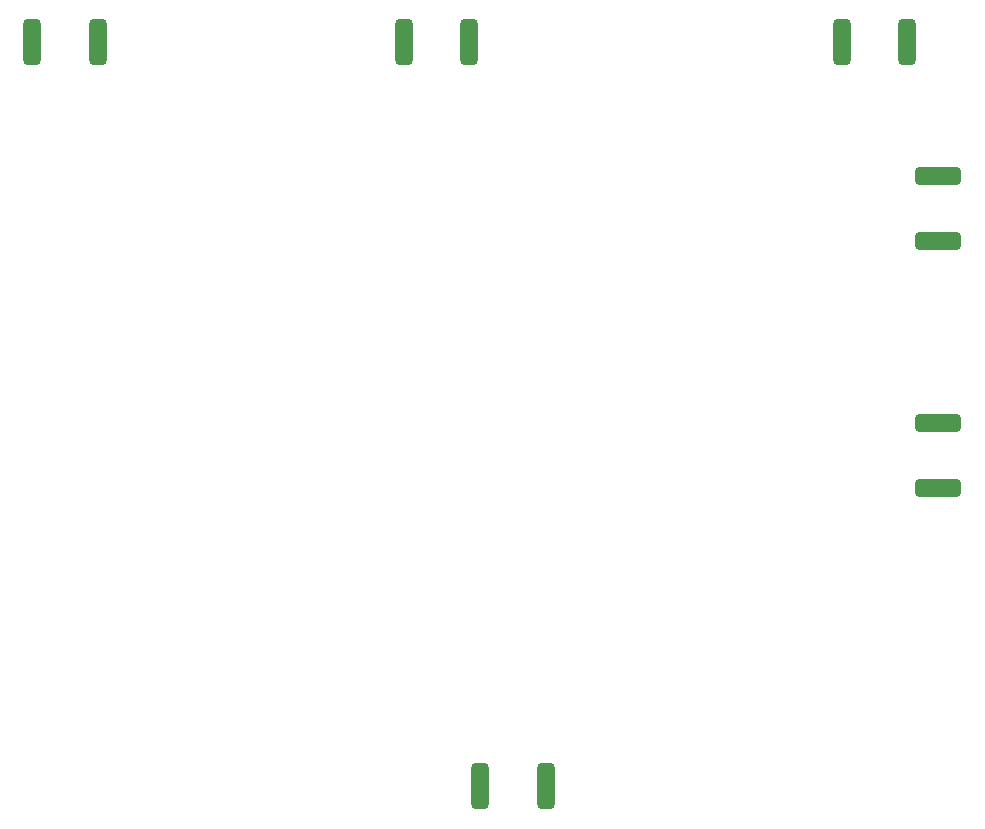
<source format=gbp>
%TF.GenerationSoftware,KiCad,Pcbnew,8.0.5*%
%TF.CreationDate,2025-06-09T19:50:20-04:00*%
%TF.ProjectId,fmcw_pcb,666d6377-5f70-4636-922e-6b696361645f,rev?*%
%TF.SameCoordinates,Original*%
%TF.FileFunction,Paste,Bot*%
%TF.FilePolarity,Positive*%
%FSLAX46Y46*%
G04 Gerber Fmt 4.6, Leading zero omitted, Abs format (unit mm)*
G04 Created by KiCad (PCBNEW 8.0.5) date 2025-06-09 19:50:20*
%MOMM*%
%LPD*%
G01*
G04 APERTURE LIST*
G04 Aperture macros list*
%AMRoundRect*
0 Rectangle with rounded corners*
0 $1 Rounding radius*
0 $2 $3 $4 $5 $6 $7 $8 $9 X,Y pos of 4 corners*
0 Add a 4 corners polygon primitive as box body*
4,1,4,$2,$3,$4,$5,$6,$7,$8,$9,$2,$3,0*
0 Add four circle primitives for the rounded corners*
1,1,$1+$1,$2,$3*
1,1,$1+$1,$4,$5*
1,1,$1+$1,$6,$7*
1,1,$1+$1,$8,$9*
0 Add four rect primitives between the rounded corners*
20,1,$1+$1,$2,$3,$4,$5,0*
20,1,$1+$1,$4,$5,$6,$7,0*
20,1,$1+$1,$6,$7,$8,$9,0*
20,1,$1+$1,$8,$9,$2,$3,0*%
G04 Aperture macros list end*
%ADD10RoundRect,0.375000X0.375000X1.575000X-0.375000X1.575000X-0.375000X-1.575000X0.375000X-1.575000X0*%
%ADD11RoundRect,0.375000X-0.375000X-1.575000X0.375000X-1.575000X0.375000X1.575000X-0.375000X1.575000X0*%
%ADD12RoundRect,0.375000X-1.575000X0.375000X-1.575000X-0.375000X1.575000X-0.375000X1.575000X0.375000X0*%
G04 APERTURE END LIST*
D10*
%TO.C,J4*%
X107005000Y-135500000D03*
X112555000Y-135500000D03*
%TD*%
D11*
%TO.C,J6*%
X74646800Y-72500000D03*
X69096800Y-72500000D03*
%TD*%
D12*
%TO.C,J8*%
X145800000Y-110275000D03*
X145800000Y-104725000D03*
%TD*%
D11*
%TO.C,J7*%
X106101000Y-72500000D03*
X100551000Y-72500000D03*
%TD*%
%TO.C,J5*%
X143175000Y-72500000D03*
X137625000Y-72500000D03*
%TD*%
D12*
%TO.C,J2*%
X145800000Y-89375000D03*
X145800000Y-83825000D03*
%TD*%
M02*

</source>
